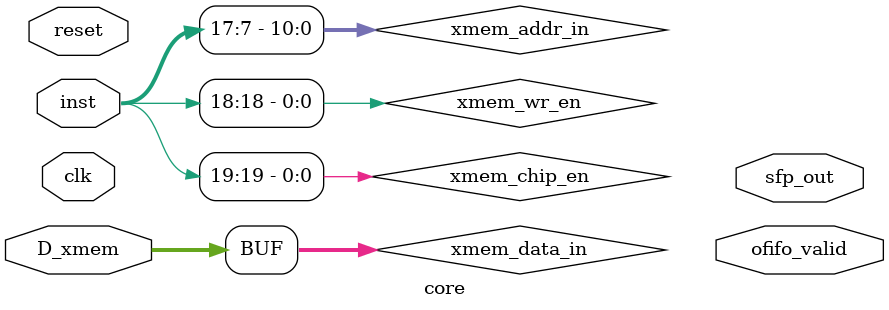
<source format=v>
`define INST_CEN_XMEM 19
`define INST_WEN_XMEM 18
`define INST_A_XMEM 17:7

module core #(
    parameter row = 8,
    parameter col = 8,
    parameter bw = 4,
    parameter psum_bw = 16
)(
    input                   clk,
    input                   reset,
    input   [33:0]          inst,
    input   [bw*row-1:0]    D_xmem,
    output                  ofifo_valid,
    output  [psum_bw*col-1:0] sfp_out
);

wire xmem_chip_en;
wire xmem_wr_en;
wire [31:0] xmem_data_in;
wire [10:0] xmem_addr_in;
wire [31:0] xmem_data_out;

assign xmem_chip_en = inst[`INST_CEN_XMEM];
assign xmem_wr_en   = inst[`INST_WEN_XMEM];
assign xmem_addr_in = inst[`INST_A_XMEM];
assign xmem_data_in = D_xmem;

sram_32b_w2048 #(.num(2048)) xmem_inst(
    .CLK(clk),
    .D(xmem_data_in),
    .Q(xmem_data_out),
    .CEN(xmem_chip_en),
    .WEN(xmem_wr_en),
    .A(xmem_addr_in)
);

endmodule
</source>
